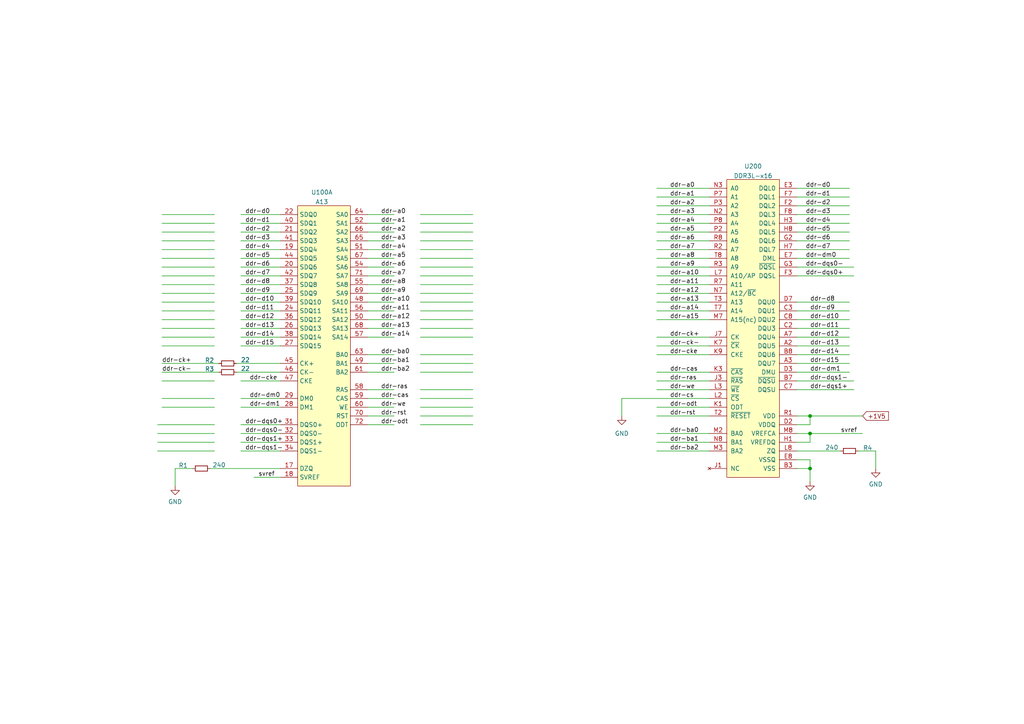
<source format=kicad_sch>
(kicad_sch (version 20220103) (generator eeschema)
  (paper "A4")
  (lib_symbols
    (symbol "Device:R_Small" (pin_numbers hide) (pin_names (offset 0.254) hide)
      (property "Reference" "R" (at 0.762 0.508 0))
      (property "Value" "R_Small" (at 0.762 -1.016 0))
      (symbol "R_Small_0_1"
        (rectangle (start -0.762 1.778) (end 0.762 -1.778) (stroke (width 0.2032)))
      )
      (symbol "R_Small_1_1"
        (pin passive line (at 0 2.54 270) (length 0.762) (name "~") (number "1"))
        (pin passive line (at 0 -2.54 90) (length 0.762) (name "~") (number "2"))
      )
    )
    (symbol "allwinner:A13"
      (property "Reference" "U" (at -1.27 6.35 0))
      (property "Value" "A13" (at 0 3.81 0))
      (symbol "A13_1_0"
        (pin passive line (at -12.7 -12.7 0) (length 5.08) (name "SDQ4") (number "19"))
        (pin passive line (at -12.7 -17.78 0) (length 5.08) (name "SDQ6") (number "20"))
        (pin passive line (at -12.7 -7.62 0) (length 5.08) (name "SDQ2") (number "21"))
        (pin passive line (at -12.7 -2.54 0) (length 5.08) (name "SDQ0") (number "22"))
        (pin passive line (at -12.7 -30.48 0) (length 5.08) (name "SDQ11") (number "24"))
        (pin passive line (at -12.7 -25.4 0) (length 5.08) (name "SDQ9") (number "25"))
        (pin passive line (at -12.7 -35.56 0) (length 5.08) (name "SDQ13") (number "26"))
        (pin passive line (at -12.7 -40.64 0) (length 5.08) (name "SDQ15") (number "27"))
        (pin passive line (at -12.7 -33.02 0) (length 5.08) (name "SDQ12") (number "36"))
        (pin passive line (at -12.7 -22.86 0) (length 5.08) (name "SDQ8") (number "37"))
        (pin passive line (at -12.7 -38.1 0) (length 5.08) (name "SDQ14") (number "38"))
        (pin passive line (at -12.7 -27.94 0) (length 5.08) (name "SDQ10") (number "39"))
        (pin passive line (at -12.7 -5.08 0) (length 5.08) (name "SDQ1") (number "40"))
        (pin passive line (at -12.7 -10.16 0) (length 5.08) (name "SDQ3") (number "41"))
        (pin passive line (at -12.7 -20.32 0) (length 5.08) (name "SDQ7") (number "42"))
        (pin passive line (at -12.7 -15.24 0) (length 5.08) (name "SDQ5") (number "44"))
        (pin passive line (at 12.7 -27.94 180) (length 5.08) (name "SA10") (number "48"))
        (pin passive line (at 12.7 -45.72 180) (length 5.08) (name "BA1") (number "49"))
        (pin passive line (at 12.7 -33.02 180) (length 5.08) (name "SA12") (number "50"))
        (pin passive line (at 12.7 -12.7 180) (length 5.08) (name "SA4") (number "51"))
        (pin passive line (at 12.7 -5.08 180) (length 5.08) (name "SA1") (number "52"))
        (pin passive line (at 12.7 -17.78 180) (length 5.08) (name "SA6") (number "54"))
        (pin passive line (at 12.7 -22.86 180) (length 5.08) (name "SA8") (number "55"))
        (pin passive line (at 12.7 -30.48 180) (length 5.08) (name "SA11") (number "56"))
        (pin passive line (at 12.7 -38.1 180) (length 5.08) (name "SA14") (number "57"))
        (pin passive line (at 12.7 -53.34 180) (length 5.08) (name "RAS") (number "58"))
        (pin passive line (at 12.7 -55.88 180) (length 5.08) (name "CAS") (number "59"))
        (pin passive line (at 12.7 -58.42 180) (length 5.08) (name "WE") (number "60"))
        (pin passive line (at 12.7 -48.26 180) (length 5.08) (name "BA2") (number "61"))
        (pin passive line (at 12.7 -43.18 180) (length 5.08) (name "BA0") (number "63"))
        (pin passive line (at 12.7 -2.54 180) (length 5.08) (name "SA0") (number "64"))
        (pin passive line (at 12.7 -10.16 180) (length 5.08) (name "SA3") (number "65"))
        (pin passive line (at 12.7 -7.62 180) (length 5.08) (name "SA2") (number "66"))
        (pin passive line (at 12.7 -15.24 180) (length 5.08) (name "SA5") (number "67"))
        (pin passive line (at 12.7 -35.56 180) (length 5.08) (name "SA13") (number "68"))
        (pin passive line (at 12.7 -25.4 180) (length 5.08) (name "SA9") (number "69"))
        (pin passive line (at 12.7 -60.96 180) (length 5.08) (name "RST") (number "70"))
        (pin passive line (at 12.7 -20.32 180) (length 5.08) (name "SA7") (number "71"))
        (pin passive line (at 12.7 -63.5 180) (length 5.08) (name "ODT") (number "72"))
      )
      (symbol "A13_1_1"
        (rectangle (start -7.62 0) (end 7.62 -81.28) (stroke (width 0.1524)) (fill (type background)))
        (pin passive line (at -12.7 -76.2 0) (length 5.08) (name "DZQ") (number "17"))
        (pin passive line (at -12.7 -78.74 0) (length 5.08) (name "SVREF") (number "18"))
        (pin passive line (at -12.7 -58.42 0) (length 5.08) (name "DM1") (number "28"))
        (pin passive line (at -12.7 -55.88 0) (length 5.08) (name "DM0") (number "29"))
        (pin passive line (at -12.7 -63.5 0) (length 5.08) (name "DQS0+") (number "31"))
        (pin passive line (at -12.7 -66.04 0) (length 5.08) (name "DQS0-") (number "32"))
        (pin passive line (at -12.7 -68.58 0) (length 5.08) (name "DQS1+") (number "33"))
        (pin passive line (at -12.7 -71.12 0) (length 5.08) (name "DQS1-") (number "34"))
        (pin passive line (at -12.7 -45.72 0) (length 5.08) (name "CK+") (number "45"))
        (pin passive line (at -12.7 -48.26 0) (length 5.08) (name "CK-") (number "46"))
        (pin passive line (at -12.7 -50.8 0) (length 5.08) (name "CKE") (number "47"))
      )
      (symbol "A13_2_0"
        (pin passive line (at -8.89 -13.97 0) (length 5.08) (name "PB10") (number "10"))
        (pin passive line (at -8.89 -1.27 0) (length 5.08) (name "PB0") (number "101"))
        (pin passive line (at -8.89 -3.81 0) (length 5.08) (name "PB1") (number "102"))
        (pin passive line (at -8.89 -6.35 0) (length 5.08) (name "PB2") (number "103"))
        (pin passive line (at -8.89 -11.43 0) (length 5.08) (name "PB4") (number "104"))
        (pin passive line (at -8.89 -16.51 0) (length 5.08) (name "PB15") (number "105"))
        (pin passive line (at -8.89 -19.05 0) (length 5.08) (name "PB16") (number "106"))
        (pin passive line (at -8.89 -8.89 0) (length 5.08) (name "PB3") (number "150"))
        (pin passive line (at -8.89 -24.13 0) (length 5.08) (name "PB18") (number "160"))
        (pin passive line (at -8.89 -21.59 0) (length 5.08) (name "PB17") (number "161"))
      )
      (symbol "A13_2_1"
        (rectangle (start -3.81 1.27) (end 2.54 -26.67) (stroke (width 0.1524)) (fill (type background)))
      )
      (symbol "A13_3_0"
        (pin passive line (at -8.89 -13.97 0) (length 5.08) (name "PC5") (number "1"))
        (pin passive line (at -8.89 -41.91 0) (length 5.08) (name "PC19") (number "162"))
        (pin passive line (at -8.89 -39.37 0) (length 5.08) (name "PC15") (number "165"))
        (pin passive line (at -8.89 -36.83 0) (length 5.08) (name "PC14") (number "166"))
        (pin passive line (at -8.89 -34.29 0) (length 5.08) (name "PC13") (number "167"))
        (pin passive line (at -8.89 -31.75 0) (length 5.08) (name "PC12") (number "168"))
        (pin passive line (at -8.89 -29.21 0) (length 5.08) (name "PC11") (number "170"))
        (pin passive line (at -8.89 -26.67 0) (length 5.08) (name "PC10") (number "171"))
        (pin passive line (at -8.89 -24.13 0) (length 5.08) (name "PC9") (number "172"))
        (pin passive line (at -8.89 -21.59 0) (length 5.08) (name "PC8") (number "174"))
        (pin passive line (at -8.89 -19.05 0) (length 5.08) (name "PC7") (number "175"))
        (pin passive line (at -8.89 -16.51 0) (length 5.08) (name "PC6") (number "176"))
        (pin passive line (at -8.89 -11.43 0) (length 5.08) (name "PC4") (number "2"))
        (pin passive line (at -8.89 -8.89 0) (length 5.08) (name "PC3") (number "3"))
        (pin passive line (at -8.89 -6.35 0) (length 5.08) (name "PC2") (number "6"))
        (pin passive line (at -8.89 -3.81 0) (length 5.08) (name "PC1") (number "7"))
        (pin passive line (at -8.89 -1.27 0) (length 5.08) (name "PC0") (number "8"))
      )
      (symbol "A13_3_1"
        (rectangle (start -3.81 1.27) (end 3.81 -44.45) (stroke (width 0.1524)) (fill (type background)))
      )
      (symbol "A13_4_0"
        (pin passive line (at -8.89 -71.12 0) (length 5.08) (name "PD27") (number "126"))
        (pin passive line (at -8.89 -68.58 0) (length 5.08) (name "PD26") (number "127"))
        (pin passive line (at -8.89 -66.04 0) (length 5.08) (name "PD25") (number "128"))
        (pin passive line (at -8.89 -63.5 0) (length 5.08) (name "PD24") (number "129"))
        (pin passive line (at -8.89 -60.96 0) (length 5.08) (name "PD23") (number "130"))
        (pin passive line (at -8.89 -58.42 0) (length 5.08) (name "PD22") (number "131"))
        (pin passive line (at -8.89 -55.88 0) (length 5.08) (name "PD21") (number "132"))
        (pin passive line (at -8.89 -53.34 0) (length 5.08) (name "PD20") (number "133"))
        (pin passive line (at -8.89 -50.8 0) (length 5.08) (name "PD19") (number "134"))
        (pin passive line (at -8.89 -48.26 0) (length 5.08) (name "PD18") (number "135"))
        (pin passive line (at -8.89 -40.64 0) (length 5.08) (name "PD15") (number "136"))
        (pin passive line (at -8.89 -38.1 0) (length 5.08) (name "PD14") (number "137"))
        (pin passive line (at -8.89 -35.56 0) (length 5.08) (name "PD13") (number "138"))
        (pin passive line (at -8.89 -33.02 0) (length 5.08) (name "PD12") (number "139"))
        (pin passive line (at -8.89 -30.48 0) (length 5.08) (name "PD11") (number "140"))
        (pin passive line (at -8.89 -27.94 0) (length 5.08) (name "PD10") (number "141"))
        (pin passive line (at -8.89 -20.32 0) (length 5.08) (name "PD7") (number "143"))
        (pin passive line (at -8.89 -17.78 0) (length 5.08) (name "PD6") (number "144"))
        (pin passive line (at -8.89 -15.24 0) (length 5.08) (name "PD5") (number "145"))
        (pin passive line (at -8.89 -12.7 0) (length 5.08) (name "PD4") (number "146"))
        (pin passive line (at -8.89 -10.16 0) (length 5.08) (name "PD3") (number "147"))
        (pin passive line (at -8.89 -7.62 0) (length 5.08) (name "PD2") (number "148"))
      )
      (symbol "A13_4_1"
        (rectangle (start -3.81 0) (end 3.81 -73.66) (stroke (width 0.1524)) (fill (type background)))
      )
      (symbol "A13_5_0"
        (pin passive line (at -8.89 -2.54 0) (length 5.08) (name "PE0") (number "114"))
        (pin passive line (at -8.89 -5.08 0) (length 5.08) (name "PE1") (number "115"))
        (pin passive line (at -8.89 -7.62 0) (length 5.08) (name "PE2") (number "116"))
        (pin passive line (at -8.89 -10.16 0) (length 5.08) (name "PE3") (number "117"))
        (pin passive line (at -8.89 -12.7 0) (length 5.08) (name "PE4") (number "118"))
        (pin passive line (at -8.89 -15.24 0) (length 5.08) (name "PE5") (number "119"))
        (pin passive line (at -8.89 -17.78 0) (length 5.08) (name "PE6") (number "120"))
        (pin passive line (at -8.89 -20.32 0) (length 5.08) (name "PE7") (number "121"))
        (pin passive line (at -8.89 -22.86 0) (length 5.08) (name "PE8") (number "122"))
        (pin passive line (at -8.89 -25.4 0) (length 5.08) (name "PE9") (number "123"))
        (pin passive line (at -8.89 -27.94 0) (length 5.08) (name "PE10") (number "124"))
        (pin passive line (at -8.89 -30.48 0) (length 5.08) (name "PE11") (number "125"))
      )
      (symbol "A13_5_1"
        (rectangle (start -3.81 0) (end 3.81 -33.02) (stroke (width 0.1524)) (fill (type background)))
      )
      (symbol "A13_6_0"
        (pin passive line (at -7.62 -2.54 0) (length 5.08) (name "PF0") (number "107"))
        (pin passive line (at -7.62 -5.08 0) (length 5.08) (name "PF1") (number "108"))
        (pin passive line (at -7.62 -7.62 0) (length 5.08) (name "PF2") (number "110"))
        (pin passive line (at -7.62 -10.16 0) (length 5.08) (name "PF3") (number "111"))
        (pin passive line (at -7.62 -12.7 0) (length 5.08) (name "PF4") (number "112"))
        (pin passive line (at -7.62 -15.24 0) (length 5.08) (name "PF5") (number "113"))
      )
      (symbol "A13_6_1"
        (rectangle (start -2.54 0) (end 3.81 -17.78) (stroke (width 0.1524)) (fill (type background)))
      )
      (symbol "A13_7_0"
        (pin passive line (at -8.89 -25.4 0) (length 5.08) (name "PG9") (number "12"))
        (pin passive line (at -8.89 -27.94 0) (length 5.08) (name "PG10") (number "13"))
        (pin passive line (at -8.89 -30.48 0) (length 5.08) (name "PG11") (number "14"))
        (pin passive line (at -8.89 -12.7 0) (length 5.08) (name "PG4") (number "151"))
        (pin passive line (at -8.89 -10.16 0) (length 5.08) (name "PG3") (number "152"))
        (pin passive line (at -8.89 -7.62 0) (length 5.08) (name "PG2") (number "153"))
        (pin passive line (at -8.89 -5.08 0) (length 5.08) (name "PG1") (number "154"))
        (pin passive line (at -8.89 -2.54 0) (length 5.08) (name "PG0") (number "155"))
      )
      (symbol "A13_7_1"
        (rectangle (start -3.81 0) (end 3.81 -35.56) (stroke (width 0.1524)) (fill (type background)))
        (pin passive line (at -8.89 -33.02 0) (length 5.08) (name "PG12") (number "15"))
      )
      (symbol "A13_8_0"
        (pin passive line (at -11.43 -96.52 0) (length 5.08) (name "GND") (number "177"))
        (pin passive line (at -11.43 -10.16 0) (length 5.08) (name "HPOUTL") (number "74"))
        (pin passive line (at -11.43 -12.7 0) (length 5.08) (name "HPBP") (number "75"))
        (pin passive line (at -11.43 -15.24 0) (length 5.08) (name "HPCOM") (number "77"))
        (pin passive line (at -11.43 -17.78 0) (length 5.08) (name "HPOUTR") (number "78"))
        (pin passive line (at -11.43 -20.32 0) (length 5.08) (name "MICIN1") (number "84"))
        (pin passive line (at -11.43 -22.86 0) (length 5.08) (name "LRADC") (number "86"))
        (pin passive line (at -11.43 -38.1 0) (length 5.08) (name "TPX2") (number "87"))
        (pin passive line (at -11.43 -40.64 0) (length 5.08) (name "TPY2") (number "88"))
        (pin passive line (at -11.43 -43.18 0) (length 5.08) (name "TPX1") (number "89"))
        (pin passive line (at -11.43 -45.72 0) (length 5.08) (name "TPY1") (number "90"))
        (pin passive line (at -11.43 -50.8 0) (length 5.08) (name "UDM0") (number "93"))
        (pin passive line (at -11.43 -53.34 0) (length 5.08) (name "UDP0") (number "94"))
        (pin passive line (at -11.43 -55.88 0) (length 5.08) (name "UDM1") (number "95"))
        (pin passive line (at -11.43 -58.42 0) (length 5.08) (name "UDP1") (number "96"))
        (pin no_connect line (at -11.43 -83.82 0) (length 5.08) (name "NC") (number "99"))
      )
      (symbol "A13_8_1"
        (rectangle (start -6.35 0) (end 5.08 -99.06) (stroke (width 0.1524)) (fill (type background)))
        (pin passive line (at -11.43 -86.36 0) (length 5.08) hide (name "IOVCC") (number "100"))
        (pin passive line (at -11.43 -91.44 0) (length 5.08) hide (name "VDD_INT") (number "109"))
        (pin passive line (at -11.43 -88.9 0) (length 5.08) hide (name "VDD_CPU") (number "11"))
        (pin passive line (at -11.43 -86.36 0) (length 5.08) hide (name "IOVCC") (number "142"))
        (pin passive line (at -11.43 -91.44 0) (length 5.08) hide (name "VDD_INT") (number "149"))
        (pin passive line (at -11.43 -88.9 0) (length 5.08) hide (name "VDD_CPU") (number "156"))
        (pin passive line (at -11.43 -76.2 0) (length 5.08) (name "UBOOT") (number "157"))
        (pin passive line (at -11.43 -73.66 0) (length 5.08) (name "NMI_N") (number "158"))
        (pin passive line (at -11.43 -71.12 0) (length 5.08) (name "RESET_N") (number "159"))
        (pin passive line (at -11.43 -88.9 0) (length 5.08) hide (name "VDD_CPU") (number "16"))
        (pin passive line (at -11.43 -86.36 0) (length 5.08) hide (name "IOVCC") (number "163"))
        (pin passive line (at -11.43 -88.9 0) (length 5.08) hide (name "VDD_CPU") (number "164"))
        (pin passive line (at -11.43 -88.9 0) (length 5.08) (name "VDD_CPU") (number "169"))
        (pin passive line (at -11.43 -88.9 0) (length 5.08) hide (name "VDD_CPU") (number "173"))
        (pin passive line (at -11.43 -93.98 0) (length 5.08) (name "VCC_DRAM") (number "23"))
        (pin passive line (at -11.43 -93.98 0) (length 5.08) hide (name "VCC_DRAM") (number "30"))
        (pin passive line (at -11.43 -91.44 0) (length 5.08) (name "VDD_INT") (number "35"))
        (pin passive line (at -11.43 -88.9 0) (length 5.08) hide (name "VDD_CPU") (number "4"))
        (pin passive line (at -11.43 -93.98 0) (length 5.08) hide (name "VCC_DRAM") (number "43"))
        (pin passive line (at -11.43 -86.36 0) (length 5.08) (name "IOVCC") (number "5"))
        (pin passive line (at -11.43 -93.98 0) (length 5.08) hide (name "VCC_DRAM") (number "53"))
        (pin passive line (at -11.43 -93.98 0) (length 5.08) hide (name "VCC_DRAM") (number "62"))
        (pin passive line (at -11.43 -91.44 0) (length 5.08) hide (name "VDD_INT") (number "73"))
        (pin passive line (at -11.43 -5.08 0) (length 5.08) (name "V33_HP") (number "76"))
        (pin passive line (at -11.43 -33.02 0) (length 5.08) (name "AGND") (number "79"))
        (pin passive line (at -11.43 -25.4 0) (length 5.08) (name "VRP") (number "80"))
        (pin passive line (at -11.43 -7.62 0) (length 5.08) (name "AVCC") (number "81"))
        (pin passive line (at -11.43 -30.48 0) (length 5.08) (name "VRA2") (number "82"))
        (pin passive line (at -11.43 -27.94 0) (length 5.08) (name "VRA1") (number "83"))
        (pin passive line (at -11.43 -2.54 0) (length 5.08) (name "VMIC") (number "85"))
        (pin passive line (at -11.43 -88.9 0) (length 5.08) hide (name "VDD_CPU") (number "9"))
        (pin passive line (at -11.43 -66.04 0) (length 5.08) (name "X24MOUT") (number "91"))
        (pin passive line (at -11.43 -63.5 0) (length 5.08) (name "X24MIN") (number "92"))
        (pin passive line (at -11.43 -81.28 0) (length 5.08) (name "UVCC") (number "97"))
        (pin passive line (at -11.43 -91.44 0) (length 5.08) hide (name "VDD_INT") (number "98"))
      )
    )
    (symbol "power:GND" (power) (pin_names (offset 0))
      (property "Value" "GND" (at 0 -3.81 0))
      (symbol "GND_0_1"
        (polyline (pts (xy 0 0) (xy 0 -1.27) (xy 1.27 -1.27) (xy 0 -2.54) (xy -1.27 -1.27) (xy 0 -1.27)))
      )
      (symbol "GND_1_1"
        (pin power_in line (at 0 0 270) (length 0) hide (name "GND") (number "1"))
      )
    )
    (symbol "winbond:DDR3L-x16" (pin_names (offset 1.016))
      (property "Reference" "U" (at -8.89 50.8 0))
      (property "Value" "DDR3L-x16" (at 6.35 50.8 0))
      (symbol "DDR3L-x16_0_1"
        (rectangle (start -7.62 49.53) (end 7.62 -36.83) (fill (type background)))
      )
      (symbol "DDR3L-x16_1_1"
        (pin power_in line (at 12.7 -21.59 180) (length 5.08) hide (name "VDDQ") (number "A1"))
        (pin passive line (at 12.7 1.27 180) (length 5.08) (name "DQU5") (number "A2"))
        (pin passive line (at 12.7 -3.81 180) (length 5.08) (name "DQU7") (number "A3"))
        (pin passive line (at 12.7 3.81 180) (length 5.08) (name "DQU4") (number "A7"))
        (pin power_in line (at 12.7 -21.59 180) (length 5.08) hide (name "VDDQ") (number "A8"))
        (pin power_in line (at 12.7 -34.29 180) (length 5.08) hide (name "VSS") (number "A9"))
        (pin power_in line (at 12.7 -31.75 180) (length 5.08) hide (name "VSSQ") (number "B1"))
        (pin power_in line (at 12.7 -19.05 180) (length 5.08) hide (name "VDD") (number "B2"))
        (pin power_in line (at 12.7 -34.29 180) (length 5.08) (name "VSS") (number "B3"))
        (pin passive line (at 12.7 -8.89 180) (length 5.08) (name "~{DQSU}") (number "B7"))
        (pin passive line (at 12.7 -1.27 180) (length 5.08) (name "DQU6") (number "B8"))
        (pin power_in line (at 12.7 -31.75 180) (length 5.08) hide (name "VSSQ") (number "B9"))
        (pin power_in line (at 12.7 -21.59 180) (length 5.08) hide (name "VDDQ") (number "C1"))
        (pin passive line (at 12.7 6.35 180) (length 5.08) (name "DQU3") (number "C2"))
        (pin passive line (at 12.7 11.43 180) (length 5.08) (name "DQU1") (number "C3"))
        (pin passive line (at 12.7 -11.43 180) (length 5.08) (name "DQSU") (number "C7"))
        (pin passive line (at 12.7 8.89 180) (length 5.08) (name "DQU2") (number "C8"))
        (pin power_in line (at 12.7 -21.59 180) (length 5.08) hide (name "VDDQ") (number "C9"))
        (pin power_in line (at 12.7 -31.75 180) (length 5.08) hide (name "VSSQ") (number "D1"))
        (pin power_in line (at 12.7 -21.59 180) (length 5.08) (name "VDDQ") (number "D2"))
        (pin passive line (at 12.7 -6.35 180) (length 5.08) (name "DMU") (number "D3"))
        (pin passive line (at 12.7 13.97 180) (length 5.08) (name "DQU0") (number "D7"))
        (pin power_in line (at 12.7 -31.75 180) (length 5.08) hide (name "VSSQ") (number "D8"))
        (pin power_in line (at 12.7 -19.05 180) (length 5.08) hide (name "VDD") (number "D9"))
        (pin power_in line (at 12.7 -34.29 180) (length 5.08) hide (name "VSS") (number "E1"))
        (pin power_in line (at 12.7 -31.75 180) (length 5.08) hide (name "VSSQ") (number "E2"))
        (pin passive line (at 12.7 46.99 180) (length 5.08) (name "DQL0") (number "E3"))
        (pin passive line (at 12.7 26.67 180) (length 5.08) (name "DML") (number "E7"))
        (pin power_in line (at 12.7 -31.75 180) (length 5.08) (name "VSSQ") (number "E8"))
        (pin power_in line (at 12.7 -21.59 180) (length 5.08) hide (name "VDDQ") (number "E9"))
        (pin power_in line (at 12.7 -21.59 180) (length 5.08) hide (name "VDDQ") (number "F1"))
        (pin passive line (at 12.7 41.91 180) (length 5.08) (name "DQL2") (number "F2"))
        (pin passive line (at 12.7 21.59 180) (length 5.08) (name "DQSL") (number "F3"))
        (pin passive line (at 12.7 44.45 180) (length 5.08) (name "DQL1") (number "F7"))
        (pin passive line (at 12.7 39.37 180) (length 5.08) (name "DQL3") (number "F8"))
        (pin power_in line (at 12.7 -31.75 180) (length 5.08) hide (name "VSSQ") (number "F9"))
        (pin power_in line (at 12.7 -31.75 180) (length 5.08) hide (name "VSSQ") (number "G1"))
        (pin passive line (at 12.7 31.75 180) (length 5.08) (name "DQL6") (number "G2"))
        (pin passive line (at 12.7 24.13 180) (length 5.08) (name "~{DQSL}") (number "G3"))
        (pin power_in line (at 12.7 -19.05 180) (length 5.08) hide (name "VDD") (number "G7"))
        (pin power_in line (at 12.7 -34.29 180) (length 5.08) hide (name "VSS") (number "G8"))
        (pin power_in line (at 12.7 -31.75 180) (length 5.08) hide (name "VSSQ") (number "G9"))
        (pin power_in line (at 12.7 -26.67 180) (length 5.08) (name "VREFDQ") (number "H1"))
        (pin power_in line (at 12.7 -21.59 180) (length 5.08) hide (name "VDDQ") (number "H2"))
        (pin passive line (at 12.7 36.83 180) (length 5.08) (name "DQL4") (number "H3"))
        (pin passive line (at 12.7 29.21 180) (length 5.08) (name "DQL7") (number "H7"))
        (pin passive line (at 12.7 34.29 180) (length 5.08) (name "DQL5") (number "H8"))
        (pin power_in line (at 12.7 -21.59 180) (length 5.08) hide (name "VDDQ") (number "H9"))
        (pin no_connect line (at -12.7 -34.29 0) (length 5.08) (name "NC") (number "J1"))
        (pin power_in line (at 12.7 -34.29 180) (length 5.08) hide (name "VSS") (number "J2"))
        (pin passive line (at -12.7 -8.89 0) (length 5.08) (name "~{RAS}") (number "J3"))
        (pin passive line (at -12.7 3.81 0) (length 5.08) (name "CK") (number "J7"))
        (pin power_in line (at 12.7 -34.29 180) (length 5.08) hide (name "VSS") (number "J8"))
        (pin no_connect line (at -12.7 -34.29 0) (length 5.08) hide (name "NC") (number "J9"))
        (pin passive line (at -12.7 -16.51 0) (length 5.08) (name "ODT") (number "K1"))
        (pin power_in line (at 12.7 -19.05 180) (length 5.08) hide (name "VDD") (number "K2"))
        (pin passive line (at -12.7 -6.35 0) (length 5.08) (name "~{CAS}") (number "K3"))
        (pin passive line (at -12.7 1.27 0) (length 5.08) (name "~{CK}") (number "K7"))
        (pin power_in line (at 12.7 -19.05 180) (length 5.08) hide (name "VDD") (number "K8"))
        (pin passive line (at -12.7 -1.27 0) (length 5.08) (name "CKE") (number "K9"))
        (pin no_connect line (at -12.7 -34.29 0) (length 5.08) hide (name "NC") (number "L1"))
        (pin passive line (at -12.7 -13.97 0) (length 5.08) (name "~{CS}") (number "L2"))
        (pin passive line (at -12.7 -11.43 0) (length 5.08) (name "~{WE}") (number "L3"))
        (pin passive line (at -12.7 21.59 0) (length 5.08) (name "A10/AP") (number "L7"))
        (pin passive line (at 12.7 -29.21 180) (length 5.08) (name "ZQ") (number "L8"))
        (pin no_connect line (at -12.7 -34.29 0) (length 5.08) hide (name "NC") (number "L9"))
        (pin power_in line (at 12.7 -34.29 180) (length 5.08) hide (name "VSS") (number "M1"))
        (pin passive line (at -12.7 -24.13 0) (length 5.08) (name "BA0") (number "M2"))
        (pin passive line (at -12.7 -29.21 0) (length 5.08) (name "BA2") (number "M3"))
        (pin passive line (at -12.7 8.89 0) (length 5.08) (name "A15(nc)") (number "M7"))
        (pin power_in line (at 12.7 -24.13 180) (length 5.08) (name "VREFCA") (number "M8"))
        (pin power_in line (at 12.7 -34.29 180) (length 5.08) hide (name "VSS") (number "M9"))
        (pin power_in line (at 12.7 -19.05 180) (length 5.08) hide (name "VDD") (number "N1"))
        (pin passive line (at -12.7 39.37 0) (length 5.08) (name "A3") (number "N2"))
        (pin passive line (at -12.7 46.99 0) (length 5.08) (name "A0") (number "N3"))
        (pin passive line (at -12.7 16.51 0) (length 5.08) (name "A12/~{BC}") (number "N7"))
        (pin passive line (at -12.7 -26.67 0) (length 5.08) (name "BA1") (number "N8"))
        (pin power_in line (at 12.7 -19.05 180) (length 5.08) hide (name "VDD") (number "N9"))
        (pin power_in line (at 12.7 -34.29 180) (length 5.08) hide (name "VSS") (number "P1"))
        (pin passive line (at -12.7 34.29 0) (length 5.08) (name "A5") (number "P2"))
        (pin passive line (at -12.7 41.91 0) (length 5.08) (name "A2") (number "P3"))
        (pin passive line (at -12.7 44.45 0) (length 5.08) (name "A1") (number "P7"))
        (pin passive line (at -12.7 36.83 0) (length 5.08) (name "A4") (number "P8"))
        (pin power_in line (at 12.7 -34.29 180) (length 5.08) hide (name "VSS") (number "P9"))
        (pin power_in line (at 12.7 -19.05 180) (length 5.08) (name "VDD") (number "R1"))
        (pin passive line (at -12.7 29.21 0) (length 5.08) (name "A7") (number "R2"))
        (pin power_in line (at -12.7 24.13 0) (length 5.08) (name "A9") (number "R3"))
        (pin power_in line (at -12.7 19.05 0) (length 5.08) (name "A11") (number "R7"))
        (pin power_in line (at -12.7 31.75 0) (length 5.08) (name "A6") (number "R8"))
        (pin power_in line (at 12.7 -19.05 180) (length 5.08) hide (name "VDD") (number "R9"))
        (pin power_in line (at 12.7 -34.29 180) (length 5.08) hide (name "VSS") (number "T1"))
        (pin power_in line (at -12.7 -19.05 0) (length 5.08) (name "~{RESET}") (number "T2"))
        (pin power_in line (at -12.7 13.97 0) (length 5.08) (name "A13") (number "T3"))
        (pin power_in line (at -12.7 11.43 0) (length 5.08) (name "A14") (number "T7"))
        (pin power_in line (at -12.7 26.67 0) (length 5.08) (name "A8") (number "T8"))
        (pin power_in line (at 12.7 -34.29 180) (length 5.08) hide (name "VSS") (number "T9"))
      )
    )
  )
  (junction (at 234.95 120.65))
  (junction (at 234.95 125.73))
  (junction (at 234.95 135.89))
  (wire (pts (xy 121.92 97.79) (xy 137.16 97.79)))
  (wire (pts (xy 46.99 115.57) (xy 62.23 115.57)))
  (wire (pts (xy 106.68 85.09) (xy 114.3 85.09)))
  (wire (pts (xy 69.85 118.11) (xy 81.28 118.11)))
  (wire (pts (xy 106.68 74.93) (xy 114.3 74.93)))
  (wire (pts (xy 121.92 102.87) (xy 137.16 102.87)))
  (wire (pts (xy 190.5 67.31) (xy 205.74 67.31)))
  (wire (pts (xy 234.95 123.19) (xy 234.95 120.65)))
  (wire (pts (xy 234.95 135.89) (xy 234.95 139.7)))
  (wire (pts (xy 121.92 107.95) (xy 137.16 107.95)))
  (wire (pts (xy 45.72 130.81) (xy 62.23 130.81)))
  (wire (pts (xy 190.5 85.09) (xy 205.74 85.09)))
  (wire (pts (xy 190.5 77.47) (xy 205.74 77.47)))
  (wire (pts (xy 106.68 92.71) (xy 114.3 92.71)))
  (wire (pts (xy 180.34 115.57) (xy 180.34 120.65)))
  (wire (pts (xy 190.5 64.77) (xy 205.74 64.77)))
  (wire (pts (xy 121.92 62.23) (xy 137.16 62.23)))
  (wire (pts (xy 106.68 97.79) (xy 114.3 97.79)))
  (wire (pts (xy 69.85 64.77) (xy 81.28 64.77)))
  (wire (pts (xy 234.95 128.27) (xy 234.95 125.73)))
  (wire (pts (xy 45.72 128.27) (xy 62.23 128.27)))
  (wire (pts (xy 106.68 123.19) (xy 114.3 123.19)))
  (wire (pts (xy 190.5 57.15) (xy 205.74 57.15)))
  (wire (pts (xy 46.99 107.95) (xy 63.5 107.95)))
  (wire (pts (xy 106.68 95.25) (xy 114.3 95.25)))
  (wire (pts (xy 190.5 113.03) (xy 205.74 113.03)))
  (wire (pts (xy 69.85 77.47) (xy 81.28 77.47)))
  (wire (pts (xy 46.99 62.23) (xy 62.23 62.23)))
  (wire (pts (xy 60.96 135.89) (xy 81.28 135.89)))
  (wire (pts (xy 190.5 80.01) (xy 205.74 80.01)))
  (wire (pts (xy 190.5 120.65) (xy 205.74 120.65)))
  (wire (pts (xy 46.99 82.55) (xy 62.23 82.55)))
  (wire (pts (xy 69.85 123.19) (xy 81.28 123.19)))
  (wire (pts (xy 121.92 115.57) (xy 137.16 115.57)))
  (wire (pts (xy 46.99 92.71) (xy 62.23 92.71)))
  (wire (pts (xy 69.85 128.27) (xy 81.28 128.27)))
  (wire (pts (xy 231.14 69.85) (xy 246.38 69.85)))
  (wire (pts (xy 106.68 120.65) (xy 114.3 120.65)))
  (wire (pts (xy 234.95 133.35) (xy 234.95 135.89)))
  (wire (pts (xy 69.85 100.33) (xy 81.28 100.33)))
  (wire (pts (xy 121.92 74.93) (xy 137.16 74.93)))
  (wire (pts (xy 46.99 105.41) (xy 63.5 105.41)))
  (wire (pts (xy 69.85 90.17) (xy 81.28 90.17)))
  (wire (pts (xy 46.99 72.39) (xy 62.23 72.39)))
  (wire (pts (xy 46.99 74.93) (xy 62.23 74.93)))
  (wire (pts (xy 190.5 130.81) (xy 205.74 130.81)))
  (wire (pts (xy 46.99 87.63) (xy 62.23 87.63)))
  (wire (pts (xy 231.14 110.49) (xy 247.65 110.49)))
  (wire (pts (xy 190.5 69.85) (xy 205.74 69.85)))
  (wire (pts (xy 69.85 97.79) (xy 81.28 97.79)))
  (wire (pts (xy 231.14 64.77) (xy 246.38 64.77)))
  (wire (pts (xy 254 130.81) (xy 254 135.89)))
  (wire (pts (xy 231.14 92.71) (xy 246.38 92.71)))
  (wire (pts (xy 234.95 120.65) (xy 250.19 120.65)))
  (wire (pts (xy 69.85 67.31) (xy 81.28 67.31)))
  (wire (pts (xy 68.58 105.41) (xy 81.28 105.41)))
  (wire (pts (xy 73.66 138.43) (xy 81.28 138.43)))
  (wire (pts (xy 190.5 102.87) (xy 205.74 102.87)))
  (wire (pts (xy 106.68 87.63) (xy 114.3 87.63)))
  (wire (pts (xy 231.14 95.25) (xy 246.38 95.25)))
  (wire (pts (xy 231.14 123.19) (xy 234.95 123.19)))
  (wire (pts (xy 106.68 64.77) (xy 114.3 64.77)))
  (wire (pts (xy 190.5 82.55) (xy 205.74 82.55)))
  (wire (pts (xy 234.95 125.73) (xy 250.19 125.73)))
  (wire (pts (xy 231.14 120.65) (xy 234.95 120.65)))
  (wire (pts (xy 69.85 80.01) (xy 81.28 80.01)))
  (wire (pts (xy 69.85 95.25) (xy 81.28 95.25)))
  (wire (pts (xy 231.14 62.23) (xy 246.38 62.23)))
  (wire (pts (xy 121.92 69.85) (xy 137.16 69.85)))
  (wire (pts (xy 69.85 125.73) (xy 81.28 125.73)))
  (wire (pts (xy 69.85 85.09) (xy 81.28 85.09)))
  (wire (pts (xy 231.14 54.61) (xy 246.38 54.61)))
  (wire (pts (xy 45.72 125.73) (xy 62.23 125.73)))
  (wire (pts (xy 121.92 92.71) (xy 137.16 92.71)))
  (wire (pts (xy 69.85 92.71) (xy 81.28 92.71)))
  (wire (pts (xy 231.14 74.93) (xy 246.38 74.93)))
  (wire (pts (xy 121.92 90.17) (xy 137.16 90.17)))
  (wire (pts (xy 121.92 95.25) (xy 137.16 95.25)))
  (wire (pts (xy 231.14 77.47) (xy 247.65 77.47)))
  (wire (pts (xy 190.5 97.79) (xy 205.74 97.79)))
  (wire (pts (xy 231.14 102.87) (xy 246.38 102.87)))
  (wire (pts (xy 46.99 118.11) (xy 62.23 118.11)))
  (wire (pts (xy 106.68 107.95) (xy 114.3 107.95)))
  (wire (pts (xy 190.5 72.39) (xy 205.74 72.39)))
  (wire (pts (xy 231.14 80.01) (xy 247.65 80.01)))
  (wire (pts (xy 121.92 87.63) (xy 137.16 87.63)))
  (wire (pts (xy 231.14 125.73) (xy 234.95 125.73)))
  (wire (pts (xy 106.68 77.47) (xy 114.3 77.47)))
  (wire (pts (xy 121.92 118.11) (xy 137.16 118.11)))
  (wire (pts (xy 231.14 100.33) (xy 246.38 100.33)))
  (wire (pts (xy 190.5 92.71) (xy 205.74 92.71)))
  (wire (pts (xy 46.99 67.31) (xy 62.23 67.31)))
  (wire (pts (xy 231.14 90.17) (xy 246.38 90.17)))
  (wire (pts (xy 121.92 123.19) (xy 137.16 123.19)))
  (wire (pts (xy 190.5 107.95) (xy 205.74 107.95)))
  (wire (pts (xy 121.92 64.77) (xy 137.16 64.77)))
  (wire (pts (xy 231.14 67.31) (xy 246.38 67.31)))
  (wire (pts (xy 46.99 69.85) (xy 62.23 69.85)))
  (wire (pts (xy 190.5 110.49) (xy 205.74 110.49)))
  (wire (pts (xy 106.68 102.87) (xy 114.3 102.87)))
  (wire (pts (xy 46.99 95.25) (xy 62.23 95.25)))
  (wire (pts (xy 231.14 107.95) (xy 246.38 107.95)))
  (wire (pts (xy 46.99 85.09) (xy 62.23 85.09)))
  (wire (pts (xy 46.99 64.77) (xy 62.23 64.77)))
  (wire (pts (xy 180.34 115.57) (xy 205.74 115.57)))
  (wire (pts (xy 231.14 59.69) (xy 246.38 59.69)))
  (wire (pts (xy 106.68 62.23) (xy 114.3 62.23)))
  (wire (pts (xy 190.5 62.23) (xy 205.74 62.23)))
  (wire (pts (xy 121.92 72.39) (xy 137.16 72.39)))
  (wire (pts (xy 190.5 128.27) (xy 205.74 128.27)))
  (wire (pts (xy 69.85 82.55) (xy 81.28 82.55)))
  (wire (pts (xy 190.5 125.73) (xy 205.74 125.73)))
  (wire (pts (xy 46.99 110.49) (xy 62.23 110.49)))
  (wire (pts (xy 121.92 105.41) (xy 137.16 105.41)))
  (wire (pts (xy 50.8 135.89) (xy 50.8 140.97)))
  (wire (pts (xy 46.99 90.17) (xy 62.23 90.17)))
  (wire (pts (xy 69.85 87.63) (xy 81.28 87.63)))
  (wire (pts (xy 190.5 90.17) (xy 205.74 90.17)))
  (wire (pts (xy 46.99 97.79) (xy 62.23 97.79)))
  (wire (pts (xy 69.85 115.57) (xy 81.28 115.57)))
  (wire (pts (xy 190.5 87.63) (xy 205.74 87.63)))
  (wire (pts (xy 231.14 133.35) (xy 234.95 133.35)))
  (wire (pts (xy 46.99 80.01) (xy 62.23 80.01)))
  (wire (pts (xy 231.14 113.03) (xy 247.65 113.03)))
  (wire (pts (xy 190.5 54.61) (xy 205.74 54.61)))
  (wire (pts (xy 121.92 113.03) (xy 137.16 113.03)))
  (wire (pts (xy 106.68 118.11) (xy 114.3 118.11)))
  (wire (pts (xy 121.92 85.09) (xy 137.16 85.09)))
  (wire (pts (xy 46.99 100.33) (xy 62.23 100.33)))
  (wire (pts (xy 231.14 128.27) (xy 234.95 128.27)))
  (wire (pts (xy 190.5 100.33) (xy 205.74 100.33)))
  (wire (pts (xy 68.58 107.95) (xy 81.28 107.95)))
  (wire (pts (xy 231.14 72.39) (xy 246.38 72.39)))
  (wire (pts (xy 69.85 110.49) (xy 81.28 110.49)))
  (wire (pts (xy 45.72 123.19) (xy 62.23 123.19)))
  (wire (pts (xy 106.68 67.31) (xy 114.3 67.31)))
  (wire (pts (xy 69.85 69.85) (xy 81.28 69.85)))
  (wire (pts (xy 121.92 77.47) (xy 137.16 77.47)))
  (wire (pts (xy 248.92 130.81) (xy 254 130.81)))
  (wire (pts (xy 190.5 118.11) (xy 205.74 118.11)))
  (wire (pts (xy 106.68 113.03) (xy 114.3 113.03)))
  (wire (pts (xy 190.5 74.93) (xy 205.74 74.93)))
  (wire (pts (xy 231.14 135.89) (xy 234.95 135.89)))
  (wire (pts (xy 231.14 105.41) (xy 246.38 105.41)))
  (wire (pts (xy 69.85 130.81) (xy 81.28 130.81)))
  (wire (pts (xy 121.92 120.65) (xy 137.16 120.65)))
  (wire (pts (xy 106.68 105.41) (xy 114.3 105.41)))
  (wire (pts (xy 69.85 72.39) (xy 81.28 72.39)))
  (wire (pts (xy 121.92 82.55) (xy 137.16 82.55)))
  (wire (pts (xy 106.68 69.85) (xy 114.3 69.85)))
  (wire (pts (xy 46.99 77.47) (xy 62.23 77.47)))
  (wire (pts (xy 106.68 90.17) (xy 114.3 90.17)))
  (wire (pts (xy 231.14 87.63) (xy 246.38 87.63)))
  (wire (pts (xy 69.85 62.23) (xy 81.28 62.23)))
  (wire (pts (xy 106.68 115.57) (xy 114.3 115.57)))
  (wire (pts (xy 121.92 67.31) (xy 137.16 67.31)))
  (wire (pts (xy 55.88 135.89) (xy 50.8 135.89)))
  (wire (pts (xy 231.14 57.15) (xy 246.38 57.15)))
  (wire (pts (xy 121.92 80.01) (xy 137.16 80.01)))
  (wire (pts (xy 106.68 82.55) (xy 114.3 82.55)))
  (wire (pts (xy 69.85 74.93) (xy 81.28 74.93)))
  (wire (pts (xy 106.68 72.39) (xy 114.3 72.39)))
  (wire (pts (xy 190.5 59.69) (xy 205.74 59.69)))
  (wire (pts (xy 231.14 97.79) (xy 246.38 97.79)))
  (wire (pts (xy 231.14 130.81) (xy 243.84 130.81)))
  (wire (pts (xy 106.68 80.01) (xy 114.3 80.01)))
  (label "ddr-ras" (at 110.49 113.03 0))
  (label "ddr-a12" (at 194.31 85.09 0))
  (label "ddr-dqs0-" (at 71.12 125.73 0))
  (label "ddr-ck+" (at 194.31 97.79 0))
  (label "ddr-a2" (at 194.31 59.69 0))
  (label "ddr-dm1" (at 234.95 107.95 0))
  (label "ddr-dqs0-" (at 233.68 77.47 0))
  (label "ddr-a0" (at 194.31 54.61 0))
  (label "ddr-d0" (at 233.68 54.61 0))
  (label "ddr-d13" (at 234.95 100.33 0))
  (label "ddr-d10" (at 71.12 87.63 0))
  (label "ddr-a3" (at 194.31 62.23 0))
  (label "ddr-a9" (at 194.31 77.47 0))
  (label "ddr-a15" (at 194.31 92.71 0))
  (label "ddr-ba2" (at 194.31 130.81 0))
  (label "ddr-we" (at 110.49 118.11 0))
  (label "ddr-d7" (at 233.68 72.39 0))
  (label "ddr-rst" (at 110.49 120.65 0))
  (label "ddr-d3" (at 233.68 62.23 0))
  (label "ddr-d11" (at 71.12 90.17 0))
  (label "ddr-cs" (at 194.31 115.57 0))
  (label "ddr-d2" (at 71.12 67.31 0))
  (label "ddr-odt" (at 110.49 123.19 0))
  (label "ddr-d1" (at 233.68 57.15 0))
  (label "ddr-ras" (at 194.31 110.49 0))
  (label "ddr-d7" (at 71.12 80.01 0))
  (label "ddr-dm1" (at 72.39 118.11 0))
  (label "ddr-a13" (at 110.49 95.25 0))
  (label "ddr-ba0" (at 110.49 102.87 0))
  (label "ddr-a7" (at 110.49 80.01 0))
  (label "ddr-cas" (at 194.31 107.95 0))
  (label "ddr-a2" (at 110.49 67.31 0))
  (label "ddr-odt" (at 194.31 118.11 0))
  (label "ddr-a3" (at 110.49 69.85 0))
  (label "ddr-we" (at 194.31 113.03 0))
  (label "ddr-d1" (at 71.12 64.77 0))
  (label "ddr-a10" (at 194.31 80.01 0))
  (label "ddr-a4" (at 110.49 72.39 0))
  (label "ddr-a6" (at 110.49 77.47 0))
  (label "ddr-d11" (at 234.95 95.25 0))
  (label "ddr-a1" (at 110.49 64.77 0))
  (label "ddr-cas" (at 110.49 115.57 0))
  (label "ddr-dqs1+" (at 71.12 128.27 0))
  (label "ddr-a10" (at 110.49 87.63 0))
  (label "ddr-d14" (at 234.95 102.87 0))
  (label "ddr-d5" (at 233.68 67.31 0))
  (label "ddr-a0" (at 110.49 62.23 0))
  (label "ddr-a13" (at 194.31 87.63 0))
  (label "ddr-rst" (at 194.31 120.65 0))
  (label "ddr-ck+" (at 46.99 105.41 0))
  (label "ddr-d5" (at 71.12 74.93 0))
  (label "ddr-cke" (at 194.31 102.87 0))
  (label "ddr-d6" (at 71.12 77.47 0))
  (label "ddr-dqs1-" (at 71.12 130.81 0))
  (label "ddr-a8" (at 110.49 82.55 0))
  (label "ddr-dqs1-" (at 234.95 110.49 0))
  (label "ddr-a14" (at 110.49 97.79 0))
  (label "ddr-ck-" (at 46.99 107.95 0))
  (label "ddr-dqs0+" (at 71.12 123.19 0))
  (label "ddr-dqs0+" (at 233.68 80.01 0))
  (label "ddr-ba0" (at 194.31 125.73 0))
  (label "ddr-dm0" (at 72.39 115.57 0))
  (label "ddr-d12" (at 234.95 97.79 0))
  (label "svref" (at 243.84 125.73 0))
  (label "svref" (at 74.93 138.43 0))
  (label "ddr-a14" (at 194.31 90.17 0))
  (label "ddr-dqs1+" (at 234.95 113.03 0))
  (label "ddr-d9" (at 71.12 85.09 0))
  (label "ddr-ba1" (at 110.49 105.41 0))
  (label "ddr-dm0" (at 233.68 74.93 0))
  (label "ddr-d10" (at 234.95 92.71 0))
  (label "ddr-a8" (at 194.31 74.93 0))
  (label "ddr-a5" (at 110.49 74.93 0))
  (label "ddr-ba1" (at 194.31 128.27 0))
  (label "ddr-d9" (at 234.95 90.17 0))
  (label "ddr-a7" (at 194.31 72.39 0))
  (label "ddr-d15" (at 234.95 105.41 0))
  (label "ddr-a12" (at 110.49 92.71 0))
  (label "ddr-a9" (at 110.49 85.09 0))
  (label "ddr-a1" (at 194.31 57.15 0))
  (label "ddr-a6" (at 194.31 69.85 0))
  (label "ddr-d0" (at 71.12 62.23 0))
  (label "ddr-d6" (at 233.68 69.85 0))
  (label "ddr-d4" (at 71.12 72.39 0))
  (label "ddr-a5" (at 194.31 67.31 0))
  (label "ddr-cke" (at 72.39 110.49 0))
  (label "ddr-d8" (at 234.95 87.63 0))
  (label "ddr-d4" (at 233.68 64.77 0))
  (label "ddr-d2" (at 233.68 59.69 0))
  (label "ddr-d15" (at 71.12 100.33 0))
  (label "ddr-d13" (at 71.12 95.25 0))
  (label "ddr-ba2" (at 110.49 107.95 0))
  (label "ddr-a11" (at 194.31 82.55 0))
  (label "ddr-d12" (at 71.12 92.71 0))
  (label "ddr-a11" (at 110.49 90.17 0))
  (label "ddr-d14" (at 71.12 97.79 0))
  (label "ddr-d8" (at 71.12 82.55 0))
  (label "ddr-a4" (at 194.31 64.77 0))
  (label "ddr-ck-" (at 194.31 100.33 0))
  (label "ddr-d3" (at 71.12 69.85 0))
  (global_label "+1V5" (shape input) (at 250.19 120.65 0) (property "Intersheet References" "${INTERSHEET_REFS}" (effects hide)))
  (symbol (lib_id "power:GND") (at 234.95 139.7 0) (unit 1)
    (property "Reference" "#PWR0102" (effects hide))
    (property "Value" "GND" (at 234.95 144.2626 0))
  )
  (symbol (lib_id "Device:R_Small") (at 66.04 107.95 90) (unit 1)
    (property "Reference" "R3" (at 60.7673 107.0498 90))
    (property "Value" "22" (at 71.1639 106.9285 90))
    (property "Footprint" "Resistor_SMD:R_0402_1005Metric" (effects hide))
  )
  (symbol (lib_id "Device:R_Small") (at 58.42 135.89 90) (unit 1)
    (property "Reference" "R1" (at 53.1473 134.9898 90))
    (property "Value" "240" (at 63.5439 134.8685 90))
    (property "Footprint" "Resistor_SMD:R_0402_1005Metric" (effects hide))
  )
  (symbol (lib_id "Device:R_Small") (at 66.04 105.41 90) (unit 1)
    (property "Reference" "R2" (at 60.7673 104.5098 90))
    (property "Value" "22" (at 71.1639 104.3885 90))
    (property "Footprint" "Resistor_SMD:R_0402_1005Metric" (effects hide))
  )
  (symbol (lib_id "winbond:DDR3L-x16") (at 218.44 101.6 0) (unit 1)
    (property "Reference" "U200" (at 218.44 48.2304 0))
    (property "Value" "DDR3L-x16" (at 218.44 51.0055 0))
    (property "Footprint" "winbond:BGA-96_9x14mm_P0.8mm" (effects hide))
  )
  (symbol (lib_id "allwinner:A13") (at 93.98 59.69 0) (unit 1)
    (property "Reference" "U100" (at 93.345 55.7742 0))
    (property "Value" "A13" (at 93.345 58.5493 0))
    (property "Footprint" "allwinner:LQFP-176_20x20mm_P0.4mm" (effects hide))
  )
  (symbol (lib_id "power:GND") (at 50.8 140.97 0) (unit 1)
    (property "Reference" "#PWR0104" (effects hide))
    (property "Value" "GND" (at 50.8 145.5326 0))
  )
  (symbol (lib_id "Device:R_Small") (at 246.38 130.81 270) (mirror x) (unit 1)
    (property "Reference" "R4" (at 251.6527 129.9098 90))
    (property "Value" "240" (at 241.2561 129.7885 90))
    (property "Footprint" "Resistor_SMD:R_0402_1005Metric" (effects hide))
  )
  (symbol (lib_id "power:GND") (at 254 135.89 0) (mirror y) (unit 1)
    (property "Reference" "#PWR0103" (effects hide))
    (property "Value" "GND" (at 254 140.4526 0))
  )
  (symbol (lib_id "power:GND") (at 180.34 120.65 0) (unit 1)
    (property "Reference" "#PWR0101" (effects hide))
    (property "Value" "GND" (at 180.34 125.73 0))
  )
)
</source>
